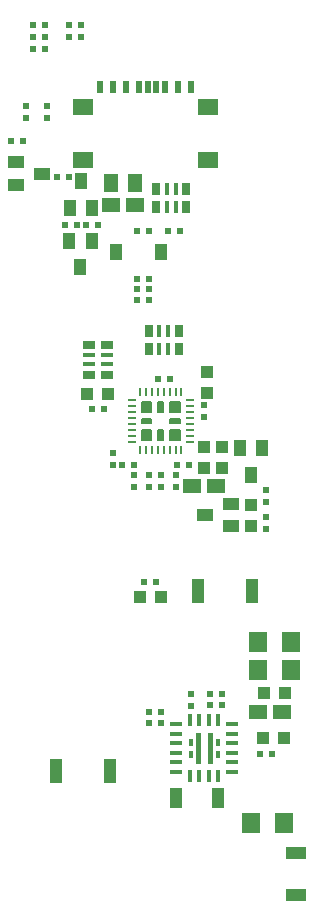
<source format=gbr>
G04 #@! TF.GenerationSoftware,KiCad,Pcbnew,6.0.0-rc1-unknown-69d90a4~84~ubuntu18.04.1*
G04 #@! TF.CreationDate,2019-01-16T16:00:12+02:00
G04 #@! TF.ProjectId,ESP32-PoE-ISO_Rev_A,45535033-322d-4506-9f45-2d49534f5f52,A*
G04 #@! TF.SameCoordinates,Original*
G04 #@! TF.FileFunction,Paste,Bot*
G04 #@! TF.FilePolarity,Positive*
%FSLAX46Y46*%
G04 Gerber Fmt 4.6, Leading zero omitted, Abs format (unit mm)*
G04 Created by KiCad (PCBNEW 6.0.0-rc1-unknown-69d90a4~84~ubuntu18.04.1) date 16.01.2019 (ср) 16:00:12 EET*
%MOMM*%
%LPD*%
G04 APERTURE LIST*
%ADD10C,0.100000*%
%ADD11C,0.200000*%
%ADD12R,0.400000X1.000000*%
%ADD13R,1.000000X0.400000*%
%ADD14R,1.016000X0.381000*%
%ADD15R,1.016000X0.635000*%
%ADD16R,1.016000X1.778000*%
%ADD17R,0.381000X1.016000*%
%ADD18R,0.635000X1.016000*%
%ADD19R,1.000000X1.400000*%
%ADD20R,1.400000X1.000000*%
%ADD21R,1.016000X1.016000*%
%ADD22R,0.500000X0.550000*%
%ADD23R,0.230000X0.780000*%
%ADD24R,0.780000X0.230000*%
%ADD25R,1.524000X1.270000*%
%ADD26R,0.500000X1.000000*%
%ADD27R,1.754000X1.454000*%
%ADD28R,1.778000X1.016000*%
%ADD29R,1.524000X1.778000*%
%ADD30R,0.550000X0.500000*%
%ADD31R,1.270000X1.524000*%
%ADD32R,1.016000X2.032000*%
G04 APERTURE END LIST*
D10*
G36*
X110127000Y-164842000D02*
G01*
X110127000Y-165342000D01*
X110377000Y-165342000D01*
X110377000Y-164842000D01*
X110127000Y-164842000D01*
G37*
X110127000Y-164842000D02*
X110127000Y-165342000D01*
X110377000Y-165342000D01*
X110377000Y-164842000D01*
X110127000Y-164842000D01*
G36*
X110127000Y-163842000D02*
G01*
X110127000Y-164342000D01*
X110377000Y-164342000D01*
X110377000Y-163842000D01*
X110127000Y-163842000D01*
G37*
X110127000Y-163842000D02*
X110127000Y-164342000D01*
X110377000Y-164342000D01*
X110377000Y-163842000D01*
X110127000Y-163842000D01*
G36*
X107777000Y-163842000D02*
G01*
X107777000Y-164342000D01*
X108027000Y-164342000D01*
X108027000Y-163842000D01*
X107777000Y-163842000D01*
G37*
X107777000Y-163842000D02*
X107777000Y-164342000D01*
X108027000Y-164342000D01*
X108027000Y-163842000D01*
X107777000Y-163842000D01*
G36*
X109727000Y-163292000D02*
G01*
X109427000Y-163292000D01*
X109427000Y-165892000D01*
X109727000Y-165892000D01*
X109727000Y-163292000D01*
G37*
X109727000Y-163292000D02*
X109427000Y-163292000D01*
X109427000Y-165892000D01*
X109727000Y-165892000D01*
X109727000Y-163292000D01*
G36*
X107777000Y-164842000D02*
G01*
X107777000Y-165342000D01*
X108027000Y-165342000D01*
X108027000Y-164842000D01*
X107777000Y-164842000D01*
G37*
X107777000Y-164842000D02*
X107777000Y-165342000D01*
X108027000Y-165342000D01*
X108027000Y-164842000D01*
X107777000Y-164842000D01*
G36*
X108727000Y-163292000D02*
G01*
X108427000Y-163292000D01*
X108427000Y-165892000D01*
X108727000Y-165892000D01*
X108727000Y-163292000D01*
G37*
X108727000Y-163292000D02*
X108427000Y-163292000D01*
X108427000Y-165892000D01*
X108727000Y-165892000D01*
X108727000Y-163292000D01*
D11*
X107010000Y-137706000D02*
X107010000Y-138506000D01*
X106210000Y-137706000D02*
X107010000Y-137706000D01*
X106210000Y-138506000D02*
X106210000Y-137706000D01*
X107010000Y-138506000D02*
X106210000Y-138506000D01*
X107010000Y-138406000D02*
X106210000Y-138406000D01*
X107010000Y-138306000D02*
X106210000Y-138306000D01*
X107010000Y-138206000D02*
X106210000Y-138206000D01*
X107010000Y-138106000D02*
X106210000Y-138106000D01*
X107010000Y-138006000D02*
X106210000Y-138006000D01*
X107010000Y-137906000D02*
X106210000Y-137906000D01*
X107010000Y-137806000D02*
X106210000Y-137806000D01*
X104610000Y-137806000D02*
X103810000Y-137806000D01*
X104610000Y-137906000D02*
X103810000Y-137906000D01*
X104610000Y-138006000D02*
X103810000Y-138006000D01*
X104610000Y-138106000D02*
X103810000Y-138106000D01*
X104610000Y-138206000D02*
X103810000Y-138206000D01*
X104610000Y-138306000D02*
X103810000Y-138306000D01*
X104610000Y-138406000D02*
X103810000Y-138406000D01*
X104610000Y-138506000D02*
X103810000Y-138506000D01*
X103810000Y-138506000D02*
X103810000Y-137706000D01*
X103810000Y-137706000D02*
X104610000Y-137706000D01*
X104610000Y-137706000D02*
X104610000Y-138506000D01*
X107010000Y-135406000D02*
X106210000Y-135406000D01*
X107010000Y-135506000D02*
X106210000Y-135506000D01*
X107010000Y-135606000D02*
X106210000Y-135606000D01*
X107010000Y-135706000D02*
X106210000Y-135706000D01*
X107010000Y-135806000D02*
X106210000Y-135806000D01*
X107010000Y-135906000D02*
X106210000Y-135906000D01*
X107010000Y-136006000D02*
X106210000Y-136006000D01*
X107010000Y-136106000D02*
X106210000Y-136106000D01*
X106210000Y-136106000D02*
X106210000Y-135306000D01*
X106210000Y-135306000D02*
X107010000Y-135306000D01*
X107010000Y-135306000D02*
X107010000Y-136106000D01*
X104610000Y-135306000D02*
X104610000Y-136106000D01*
X103810000Y-135306000D02*
X104610000Y-135306000D01*
X103810000Y-136106000D02*
X103810000Y-135306000D01*
X104610000Y-136106000D02*
X103810000Y-136106000D01*
X104610000Y-136006000D02*
X103810000Y-136006000D01*
X104610000Y-135906000D02*
X103810000Y-135906000D01*
X104610000Y-135806000D02*
X103810000Y-135806000D01*
X104610000Y-135706000D02*
X103810000Y-135706000D01*
X104610000Y-135606000D02*
X103810000Y-135606000D01*
X104610000Y-135506000D02*
X103810000Y-135506000D01*
X104610000Y-135406000D02*
X103810000Y-135406000D01*
X105210000Y-138506000D02*
X105610000Y-138506000D01*
X105210000Y-137706000D02*
X105210000Y-138506000D01*
X105610000Y-137706000D02*
X105210000Y-137706000D01*
X105610000Y-138506000D02*
X105610000Y-137706000D01*
X105510000Y-138506000D02*
X105510000Y-137706000D01*
X105410000Y-138506000D02*
X105410000Y-137706000D01*
X105310000Y-138506000D02*
X105310000Y-137706000D01*
X105310000Y-136106000D02*
X105310000Y-135306000D01*
X105410000Y-136106000D02*
X105410000Y-135306000D01*
X105510000Y-136106000D02*
X105510000Y-135306000D01*
X105610000Y-136106000D02*
X105610000Y-135306000D01*
X105610000Y-135306000D02*
X105210000Y-135306000D01*
X105210000Y-135306000D02*
X105210000Y-136106000D01*
X105210000Y-136106000D02*
X105610000Y-136106000D01*
X107010000Y-136706000D02*
X107010000Y-137106000D01*
X106210000Y-136706000D02*
X107010000Y-136706000D01*
X106210000Y-137106000D02*
X106210000Y-136706000D01*
X107010000Y-137106000D02*
X106210000Y-137106000D01*
X107010000Y-137006000D02*
X106210000Y-137006000D01*
X106210000Y-136906000D02*
X107010000Y-136906000D01*
X107010000Y-136806000D02*
X106210000Y-136806000D01*
X104610000Y-136806000D02*
X103810000Y-136806000D01*
X103810000Y-136906000D02*
X104610000Y-136906000D01*
X104610000Y-137006000D02*
X103810000Y-137006000D01*
X104610000Y-137106000D02*
X103810000Y-137106000D01*
X103810000Y-137106000D02*
X103810000Y-136706000D01*
X103810000Y-136706000D02*
X104610000Y-136706000D01*
X104610000Y-136706000D02*
X104610000Y-137106000D01*
D12*
X107877000Y-162242000D03*
X108677000Y-162242000D03*
X109477000Y-162242000D03*
X110277000Y-162242000D03*
D13*
X111427000Y-162592000D03*
X111427000Y-163392000D03*
X111427000Y-164192000D03*
X111427000Y-164992000D03*
X111427000Y-165792000D03*
X111427000Y-166592000D03*
D12*
X110277000Y-166942000D03*
X109477000Y-166942000D03*
X108677000Y-166942000D03*
X107877000Y-166942000D03*
D13*
X106727000Y-166592000D03*
X106727000Y-165792000D03*
X106727000Y-164992000D03*
X106727000Y-164192000D03*
X106727000Y-163392000D03*
X106727000Y-162592000D03*
D14*
X99314000Y-131318000D03*
X99314000Y-132080000D03*
X100838000Y-131318000D03*
X100838000Y-132080000D03*
D15*
X99314000Y-130429000D03*
X100838000Y-130429000D03*
X99314000Y-132969000D03*
X100838000Y-132969000D03*
D16*
X106680000Y-168783000D03*
X110236000Y-168783000D03*
D17*
X106680000Y-117221000D03*
X105918000Y-117221000D03*
X106680000Y-118745000D03*
X105918000Y-118745000D03*
D18*
X107569000Y-117221000D03*
X107569000Y-118745000D03*
X105029000Y-117221000D03*
X105029000Y-118745000D03*
D19*
X112080040Y-139227560D03*
X113982500Y-139227560D03*
X113027460Y-141437360D03*
D20*
X95334000Y-115951000D03*
X93134000Y-115001000D03*
X93134000Y-116901000D03*
D21*
X115824000Y-163703000D03*
X114046000Y-163703000D03*
D22*
X97282000Y-120269000D03*
X98298000Y-120269000D03*
X99060000Y-120269000D03*
X100076000Y-120269000D03*
D23*
X103660000Y-139356000D03*
X104160000Y-139356000D03*
X104660000Y-139356000D03*
X105160000Y-139356000D03*
X105660000Y-139356000D03*
X106160000Y-139356000D03*
X106660000Y-139356000D03*
X107160000Y-139356000D03*
D24*
X107860000Y-138656000D03*
X107860000Y-138156000D03*
X107860000Y-137656000D03*
X107860000Y-137156000D03*
X107860000Y-136656000D03*
X107860000Y-136156000D03*
X107860000Y-135656000D03*
X107860000Y-135156000D03*
D23*
X107160000Y-134456000D03*
X106660000Y-134456000D03*
X106160000Y-134456000D03*
X105660000Y-134456000D03*
X105160000Y-134456000D03*
X104660000Y-134456000D03*
X104160000Y-134456000D03*
X103660000Y-134456000D03*
D24*
X102960000Y-135156000D03*
X102960000Y-135656000D03*
X102960000Y-136156000D03*
X102960000Y-136656000D03*
X102960000Y-137156000D03*
X102960000Y-137656000D03*
X102960000Y-138156000D03*
X102960000Y-138656000D03*
D22*
X106045000Y-120777000D03*
X107061000Y-120777000D03*
D19*
X105405000Y-122555000D03*
X101605000Y-122555000D03*
D22*
X97663000Y-103378000D03*
X98679000Y-103378000D03*
X98679000Y-104394000D03*
X97663000Y-104394000D03*
D25*
X110109000Y-142367000D03*
X108077000Y-142367000D03*
D19*
X97663000Y-121666000D03*
X99565460Y-121666000D03*
X98610420Y-123875800D03*
D17*
X106045000Y-129286000D03*
X105283000Y-129286000D03*
X106045000Y-130810000D03*
X105283000Y-130810000D03*
D18*
X106934000Y-129286000D03*
X106934000Y-130810000D03*
X104394000Y-129286000D03*
X104394000Y-130810000D03*
D21*
X110617000Y-139065000D03*
X110617000Y-140843000D03*
X109093000Y-139065000D03*
X109093000Y-140843000D03*
X99187000Y-134620000D03*
X100965000Y-134620000D03*
X109347000Y-134493000D03*
X109347000Y-132715000D03*
D25*
X115697000Y-161544000D03*
X113665000Y-161544000D03*
D26*
X100290000Y-108587000D03*
X101390000Y-108587000D03*
X102490000Y-108587000D03*
X103590000Y-108587000D03*
X104340000Y-108587000D03*
X105040000Y-108587000D03*
X105790000Y-108587000D03*
X106890000Y-108587000D03*
X107990000Y-108587000D03*
D27*
X109440000Y-110337000D03*
X98840000Y-110337000D03*
X109440000Y-114787000D03*
X98840000Y-114787000D03*
D28*
X116840000Y-177038000D03*
X116840000Y-173482000D03*
D29*
X115824000Y-170942000D03*
X113030000Y-170942000D03*
D25*
X101219000Y-118618000D03*
X103251000Y-118618000D03*
D19*
X99628960Y-118836440D03*
X97726500Y-118836440D03*
X98681540Y-116626640D03*
D20*
X111343440Y-143891000D03*
X111343440Y-145793460D03*
X109133640Y-144838420D03*
D22*
X96647000Y-116205000D03*
X97663000Y-116205000D03*
X105029000Y-150495000D03*
X104013000Y-150495000D03*
D30*
X114300000Y-145034000D03*
X114300000Y-146050000D03*
X104394000Y-141478000D03*
X104394000Y-142494000D03*
X103124000Y-141478000D03*
X103124000Y-142494000D03*
X106680000Y-141478000D03*
X106680000Y-142494000D03*
X105410000Y-141478000D03*
X105410000Y-142494000D03*
X109093000Y-136525000D03*
X109093000Y-135509000D03*
D22*
X102108000Y-140589000D03*
X103124000Y-140589000D03*
X104394000Y-125730000D03*
X103378000Y-125730000D03*
D30*
X107950000Y-161036000D03*
X107950000Y-160020000D03*
D22*
X113792000Y-165100000D03*
X114808000Y-165100000D03*
X104394000Y-120777000D03*
X103378000Y-120777000D03*
X104394000Y-124841000D03*
X103378000Y-124841000D03*
X104394000Y-126619000D03*
X103378000Y-126619000D03*
D30*
X93980000Y-110236000D03*
X93980000Y-111252000D03*
D22*
X105410000Y-162433000D03*
X104394000Y-162433000D03*
X104394000Y-161544000D03*
X105410000Y-161544000D03*
D30*
X95758000Y-111252000D03*
X95758000Y-110236000D03*
D22*
X93726000Y-113157000D03*
X92710000Y-113157000D03*
X107823000Y-140589000D03*
X106807000Y-140589000D03*
D30*
X101346000Y-140589000D03*
X101346000Y-139573000D03*
D22*
X99568000Y-135890000D03*
X100584000Y-135890000D03*
X106172000Y-133350000D03*
X105156000Y-133350000D03*
D29*
X113665000Y-157988000D03*
X116459000Y-157988000D03*
X113665000Y-155575000D03*
X116459000Y-155575000D03*
D21*
X114173000Y-159893000D03*
X115951000Y-159893000D03*
D31*
X101219000Y-116713000D03*
X103251000Y-116713000D03*
D22*
X110617000Y-160909000D03*
X109601000Y-160909000D03*
D21*
X113030000Y-144018000D03*
X113030000Y-145796000D03*
D30*
X114300000Y-142748000D03*
X114300000Y-143764000D03*
D21*
X105410000Y-151765000D03*
X103632000Y-151765000D03*
D32*
X113157000Y-151257000D03*
X108585000Y-151257000D03*
X101092000Y-166497000D03*
X96520000Y-166497000D03*
D22*
X110617000Y-160020000D03*
X109601000Y-160020000D03*
X95631000Y-105410000D03*
X94615000Y-105410000D03*
X94615000Y-103378000D03*
X95631000Y-103378000D03*
X94615000Y-104394000D03*
X95631000Y-104394000D03*
M02*

</source>
